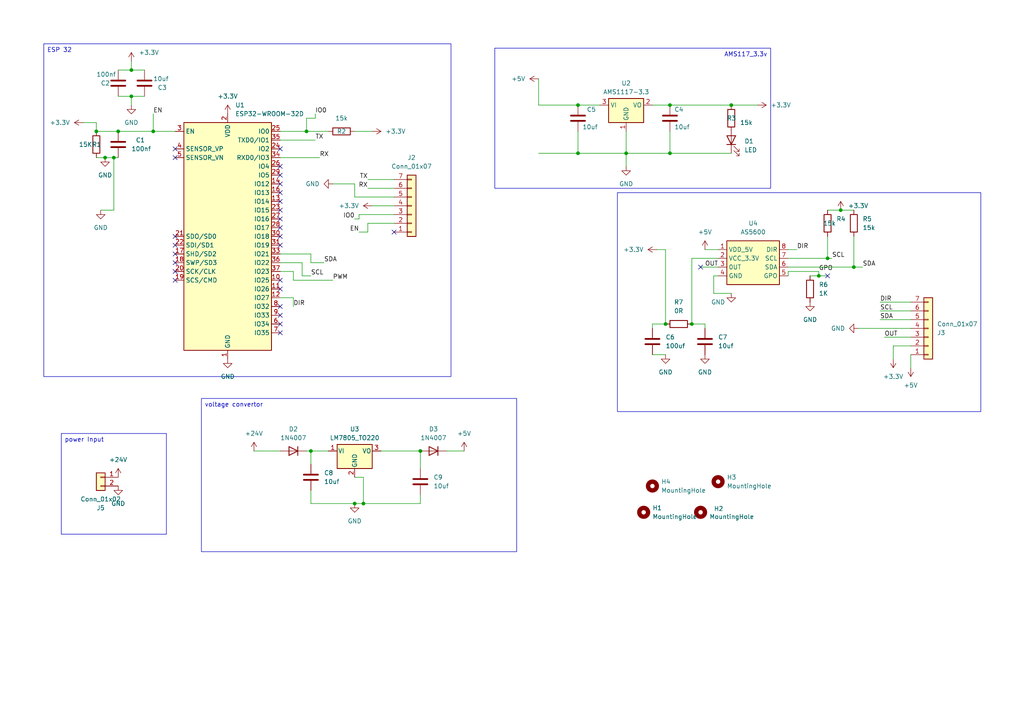
<source format=kicad_sch>
(kicad_sch (version 20230121) (generator eeschema)
  (paper "A4")
  (lib_symbols
    (symbol "AS5600:AS5600_IC"
      (property "Reference" "U4" (at 1.27 13.97 0))
      (property "Value" "AS5600" (at 1.27 11.43 0))
      (symbol "AS5600_IC_0_1"
        (rectangle (start -6.35 8.89) (end 8.89 -3.81) (stroke (width 0.254)) (fill (type background)))
      )
      (symbol "AS5600_IC_1_1"
        (pin bidirectional line (at -8.89 6.35 0) (length 2.54) (name "VDD_5V") (number "1"))
        (pin power_in line (at -8.89 3.81 0) (length 2.54) (name "VCC_3.3V") (number "2"))
        (pin output line (at -8.89 1.27 0) (length 2.54) (name "0UT") (number "3"))
        (pin bidirectional line (at -8.89 -1.27 0) (length 2.54) (name "GND") (number "4"))
        (pin bidirectional line (at 11.43 -1.27 180) (length 2.54) (name "GPO") (number "5"))
        (pin bidirectional line (at 11.43 1.27 180) (length 2.54) (name "SDA") (number "6"))
        (pin input line (at 11.43 3.81 180) (length 2.54) (name "SCL") (number "7"))
        (pin bidirectional line (at 11.43 6.35 180) (length 2.54) (name "DIR") (number "8"))
      )
    )
    (symbol "Connector_Generic:Conn_01x02" (pin_names (offset 1.016) hide)
      (property "Reference" "J" (at 0 2.54 0))
      (property "Value" "Conn_01x02" (at 0 -5.08 0))
      (symbol "Conn_01x02_1_1"
        (rectangle (start -1.27 -2.413) (end 0 -2.667) (stroke (width 0.1524)))
        (rectangle (start -1.27 0.127) (end 0 -0.127) (stroke (width 0.1524)))
        (rectangle (start -1.27 1.27) (end 1.27 -3.81) (stroke (width 0.254)) (fill (type background)))
        (pin passive line (at -5.08 0 0) (length 3.81) (name "Pin_1") (number "1"))
        (pin passive line (at -5.08 -2.54 0) (length 3.81) (name "Pin_2") (number "2"))
      )
    )
    (symbol "Connector_Generic:Conn_01x07" (pin_names (offset 1.016) hide)
      (property "Reference" "J" (at 0 10.16 0))
      (property "Value" "Conn_01x07" (at 0 -10.16 0))
      (symbol "Conn_01x07_1_1"
        (rectangle (start -1.27 -7.493) (end 0 -7.747) (stroke (width 0.1524)))
        (rectangle (start -1.27 -4.953) (end 0 -5.207) (stroke (width 0.1524)))
        (rectangle (start -1.27 -2.413) (end 0 -2.667) (stroke (width 0.1524)))
        (rectangle (start -1.27 0.127) (end 0 -0.127) (stroke (width 0.1524)))
        (rectangle (start -1.27 2.667) (end 0 2.413) (stroke (width 0.1524)))
        (rectangle (start -1.27 5.207) (end 0 4.953) (stroke (width 0.1524)))
        (rectangle (start -1.27 7.747) (end 0 7.493) (stroke (width 0.1524)))
        (rectangle (start -1.27 8.89) (end 1.27 -8.89) (stroke (width 0.254)) (fill (type background)))
        (pin passive line (at -5.08 7.62 0) (length 3.81) (name "Pin_1") (number "1"))
        (pin passive line (at -5.08 5.08 0) (length 3.81) (name "Pin_2") (number "2"))
        (pin passive line (at -5.08 2.54 0) (length 3.81) (name "Pin_3") (number "3"))
        (pin passive line (at -5.08 0 0) (length 3.81) (name "Pin_4") (number "4"))
        (pin passive line (at -5.08 -2.54 0) (length 3.81) (name "Pin_5") (number "5"))
        (pin passive line (at -5.08 -5.08 0) (length 3.81) (name "Pin_6") (number "6"))
        (pin passive line (at -5.08 -7.62 0) (length 3.81) (name "Pin_7") (number "7"))
      )
    )
    (symbol "Device:C" (pin_numbers hide) (pin_names (offset 0.254))
      (property "Reference" "C" (at 0.635 2.54 0))
      (property "Value" "C" (at 0.635 -2.54 0))
      (symbol "C_0_1"
        (polyline (pts (xy -2.032 -0.762) (xy 2.032 -0.762)) (stroke (width 0.508)))
        (polyline (pts (xy -2.032 0.762) (xy 2.032 0.762)) (stroke (width 0.508)))
      )
      (symbol "C_1_1"
        (pin passive line (at 0 3.81 270) (length 2.794) (name "~") (number "1"))
        (pin passive line (at 0 -3.81 90) (length 2.794) (name "~") (number "2"))
      )
    )
    (symbol "Device:LED" (pin_numbers hide) (pin_names (offset 1.016) hide)
      (property "Reference" "D" (at 0 2.54 0))
      (property "Value" "LED" (at 0 -2.54 0))
      (symbol "LED_0_1"
        (polyline (pts (xy -1.27 -1.27) (xy -1.27 1.27)) (stroke (width 0.254)))
        (polyline (pts (xy -1.27 0) (xy 1.27 0)))
        (polyline (pts (xy 1.27 -1.27) (xy 1.27 1.27) (xy -1.27 0) (xy 1.27 -1.27)) (stroke (width 0.254)))
        (polyline (pts (xy -3.048 -0.762) (xy -4.572 -2.286) (xy -3.81 -2.286) (xy -4.572 -2.286) (xy -4.572 -1.524)))
        (polyline (pts (xy -1.778 -0.762) (xy -3.302 -2.286) (xy -2.54 -2.286) (xy -3.302 -2.286) (xy -3.302 -1.524)))
      )
      (symbol "LED_1_1"
        (pin passive line (at -3.81 0 0) (length 2.54) (name "K") (number "1"))
        (pin passive line (at 3.81 0 180) (length 2.54) (name "A") (number "2"))
      )
    )
    (symbol "Device:R" (pin_numbers hide) (pin_names (offset 0))
      (property "Reference" "R" (at 2.032 0 90))
      (property "Value" "R" (at 0 0 90))
      (symbol "R_0_1"
        (rectangle (start -1.016 -2.54) (end 1.016 2.54) (stroke (width 0.254)))
      )
      (symbol "R_1_1"
        (pin passive line (at 0 3.81 270) (length 1.27) (name "~") (number "1"))
        (pin passive line (at 0 -3.81 90) (length 1.27) (name "~") (number "2"))
      )
    )
    (symbol "Diode:1N4007" (pin_numbers hide) (pin_names hide)
      (property "Reference" "D" (at 0 2.54 0))
      (property "Value" "1N4007" (at 0 -2.54 0))
      (symbol "1N4007_0_1"
        (polyline (pts (xy -1.27 1.27) (xy -1.27 -1.27)) (stroke (width 0.254)))
        (polyline (pts (xy 1.27 0) (xy -1.27 0)))
        (polyline (pts (xy 1.27 1.27) (xy 1.27 -1.27) (xy -1.27 0) (xy 1.27 1.27)) (stroke (width 0.254)))
      )
      (symbol "1N4007_1_1"
        (pin passive line (at -3.81 0 0) (length 2.54) (name "K") (number "1"))
        (pin passive line (at 3.81 0 180) (length 2.54) (name "A") (number "2"))
      )
    )
    (symbol "Mechanical:MountingHole" (pin_names (offset 1.016))
      (property "Reference" "H" (at 0 5.08 0))
      (property "Value" "MountingHole" (at 0 3.175 0))
      (symbol "MountingHole_0_1"
        (circle (center 0 0) (radius 1.27) (stroke (width 1.27)))
      )
    )
    (symbol "RF_Module:ESP32-WROOM-32D"
      (property "Reference" "U" (at -12.7 34.29 0))
      (property "Value" "ESP32-WROOM-32D" (at 1.27 34.29 0))
      (symbol "ESP32-WROOM-32D_0_1"
        (rectangle (start -12.7 33.02) (end 12.7 -33.02) (stroke (width 0.254)) (fill (type background)))
      )
      (symbol "ESP32-WROOM-32D_1_1"
        (pin power_in line (at 0 -35.56 90) (length 2.54) (name "GND") (number "1"))
        (pin bidirectional line (at 15.24 -12.7 180) (length 2.54) (name "IO25") (number "10"))
        (pin bidirectional line (at 15.24 -15.24 180) (length 2.54) (name "IO26") (number "11"))
        (pin bidirectional line (at 15.24 -17.78 180) (length 2.54) (name "IO27") (number "12"))
        (pin bidirectional line (at 15.24 10.16 180) (length 2.54) (name "IO14") (number "13"))
        (pin bidirectional line (at 15.24 15.24 180) (length 2.54) (name "IO12") (number "14"))
        (pin passive line (at 0 -35.56 90) (length 2.54) hide (name "GND") (number "15"))
        (pin bidirectional line (at 15.24 12.7 180) (length 2.54) (name "IO13") (number "16"))
        (pin bidirectional line (at -15.24 -5.08 0) (length 2.54) (name "SHD/SD2") (number "17"))
        (pin bidirectional line (at -15.24 -7.62 0) (length 2.54) (name "SWP/SD3") (number "18"))
        (pin bidirectional line (at -15.24 -12.7 0) (length 2.54) (name "SCS/CMD") (number "19"))
        (pin power_in line (at 0 35.56 270) (length 2.54) (name "VDD") (number "2"))
        (pin bidirectional line (at -15.24 -10.16 0) (length 2.54) (name "SCK/CLK") (number "20"))
        (pin bidirectional line (at -15.24 0 0) (length 2.54) (name "SDO/SD0") (number "21"))
        (pin bidirectional line (at -15.24 -2.54 0) (length 2.54) (name "SDI/SD1") (number "22"))
        (pin bidirectional line (at 15.24 7.62 180) (length 2.54) (name "IO15") (number "23"))
        (pin bidirectional line (at 15.24 25.4 180) (length 2.54) (name "IO2") (number "24"))
        (pin bidirectional line (at 15.24 30.48 180) (length 2.54) (name "IO0") (number "25"))
        (pin bidirectional line (at 15.24 20.32 180) (length 2.54) (name "IO4") (number "26"))
        (pin bidirectional line (at 15.24 5.08 180) (length 2.54) (name "IO16") (number "27"))
        (pin bidirectional line (at 15.24 2.54 180) (length 2.54) (name "IO17") (number "28"))
        (pin bidirectional line (at 15.24 17.78 180) (length 2.54) (name "IO5") (number "29"))
        (pin input line (at -15.24 30.48 0) (length 2.54) (name "EN") (number "3"))
        (pin bidirectional line (at 15.24 0 180) (length 2.54) (name "IO18") (number "30"))
        (pin bidirectional line (at 15.24 -2.54 180) (length 2.54) (name "IO19") (number "31"))
        (pin no_connect line (at -12.7 -27.94 0) (length 2.54) hide (name "NC") (number "32"))
        (pin bidirectional line (at 15.24 -5.08 180) (length 2.54) (name "IO21") (number "33"))
        (pin bidirectional line (at 15.24 22.86 180) (length 2.54) (name "RXD0/IO3") (number "34"))
        (pin bidirectional line (at 15.24 27.94 180) (length 2.54) (name "TXD0/IO1") (number "35"))
        (pin bidirectional line (at 15.24 -7.62 180) (length 2.54) (name "IO22") (number "36"))
        (pin bidirectional line (at 15.24 -10.16 180) (length 2.54) (name "IO23") (number "37"))
        (pin passive line (at 0 -35.56 90) (length 2.54) hide (name "GND") (number "38"))
        (pin passive line (at 0 -35.56 90) (length 2.54) hide (name "GND") (number "39"))
        (pin input line (at -15.24 25.4 0) (length 2.54) (name "SENSOR_VP") (number "4"))
        (pin input line (at -15.24 22.86 0) (length 2.54) (name "SENSOR_VN") (number "5"))
        (pin input line (at 15.24 -25.4 180) (length 2.54) (name "IO34") (number "6"))
        (pin input line (at 15.24 -27.94 180) (length 2.54) (name "IO35") (number "7"))
        (pin bidirectional line (at 15.24 -20.32 180) (length 2.54) (name "IO32") (number "8"))
        (pin bidirectional line (at 15.24 -22.86 180) (length 2.54) (name "IO33") (number "9"))
      )
    )
    (symbol "Regulator_Linear:AMS1117-3.3"
      (property "Reference" "U" (at -3.81 3.175 0))
      (property "Value" "AMS1117-3.3" (at 0 3.175 0))
      (symbol "AMS1117-3.3_0_1"
        (rectangle (start -5.08 -5.08) (end 5.08 1.905) (stroke (width 0.254)) (fill (type background)))
      )
      (symbol "AMS1117-3.3_1_1"
        (pin power_in line (at 0 -7.62 90) (length 2.54) (name "GND") (number "1"))
        (pin power_out line (at 7.62 0 180) (length 2.54) (name "VO") (number "2"))
        (pin power_in line (at -7.62 0 0) (length 2.54) (name "VI") (number "3"))
      )
    )
    (symbol "Regulator_Linear:LM7805_TO220" (pin_names (offset 0.254))
      (property "Reference" "U" (at -3.81 3.175 0))
      (property "Value" "LM7805_TO220" (at 0 3.175 0))
      (symbol "LM7805_TO220_0_1"
        (rectangle (start -5.08 1.905) (end 5.08 -5.08) (stroke (width 0.254)) (fill (type background)))
      )
      (symbol "LM7805_TO220_1_1"
        (pin power_in line (at -7.62 0 0) (length 2.54) (name "VI") (number "1"))
        (pin power_in line (at 0 -7.62 90) (length 2.54) (name "GND") (number "2"))
        (pin power_out line (at 7.62 0 180) (length 2.54) (name "VO") (number "3"))
      )
    )
    (symbol "power:+24V" (power) (pin_names (offset 0))
      (property "Value" "+24V" (at 0 3.556 0))
      (symbol "+24V_0_1"
        (polyline (pts (xy -0.762 1.27) (xy 0 2.54)))
        (polyline (pts (xy 0 0) (xy 0 2.54)))
        (polyline (pts (xy 0 2.54) (xy 0.762 1.27)))
      )
      (symbol "+24V_1_1"
        (pin power_in line (at 0 0 90) (length 0) hide (name "+24V") (number "1"))
      )
    )
    (symbol "power:+3.3V" (power) (pin_names (offset 0))
      (property "Value" "+3.3V" (at 0 3.556 0))
      (symbol "+3.3V_0_1"
        (polyline (pts (xy -0.762 1.27) (xy 0 2.54)))
        (polyline (pts (xy 0 0) (xy 0 2.54)))
        (polyline (pts (xy 0 2.54) (xy 0.762 1.27)))
      )
      (symbol "+3.3V_1_1"
        (pin power_in line (at 0 0 90) (length 0) hide (name "+3.3V") (number "1"))
      )
    )
    (symbol "power:+5V" (power) (pin_names (offset 0))
      (property "Value" "+5V" (at 0 3.556 0))
      (symbol "+5V_0_1"
        (polyline (pts (xy -0.762 1.27) (xy 0 2.54)))
        (polyline (pts (xy 0 0) (xy 0 2.54)))
        (polyline (pts (xy 0 2.54) (xy 0.762 1.27)))
      )
      (symbol "+5V_1_1"
        (pin power_in line (at 0 0 90) (length 0) hide (name "+5V") (number "1"))
      )
    )
    (symbol "power:GND" (power) (pin_names (offset 0))
      (property "Value" "GND" (at 0 -3.81 0))
      (symbol "GND_0_1"
        (polyline (pts (xy 0 0) (xy 0 -1.27) (xy 1.27 -1.27) (xy 0 -2.54) (xy -1.27 -1.27) (xy 0 -1.27)))
      )
      (symbol "GND_1_1"
        (pin power_in line (at 0 0 270) (length 0) hide (name "GND") (number "1"))
      )
    )
  )
  (junction (at 44.45 38.1))
  (junction (at 167.64 30.48))
  (junction (at 27.94 38.1))
  (junction (at 212.09 30.48))
  (junction (at 88.9 38.1))
  (junction (at 34.29 38.1))
  (junction (at 105.41 146.05))
  (junction (at 237.49 80.01))
  (junction (at 30.48 45.72))
  (junction (at 181.61 44.45))
  (junction (at 240.03 74.93))
  (junction (at 194.31 30.48))
  (junction (at 200.66 93.98))
  (junction (at 167.64 44.45))
  (junction (at 243.84 60.96))
  (junction (at 121.92 130.81))
  (junction (at 38.1 20.32))
  (junction (at 38.1 27.94))
  (junction (at 194.31 44.45))
  (junction (at 90.17 130.81))
  (junction (at 33.02 45.72))
  (junction (at 193.04 93.98))
  (junction (at 102.87 146.05))
  (junction (at 247.65 77.47))
  (no_connect (at 81.28 55.88))
  (no_connect (at 203.2 77.47))
  (no_connect (at 81.28 53.34))
  (no_connect (at 50.8 76.2))
  (no_connect (at 81.28 71.12))
  (no_connect (at 50.8 81.28))
  (no_connect (at 50.8 45.72))
  (no_connect (at 81.28 48.26))
  (no_connect (at 50.8 43.18))
  (no_connect (at 81.28 60.96))
  (no_connect (at 81.28 68.58))
  (no_connect (at 81.28 50.8))
  (no_connect (at 81.28 96.52))
  (no_connect (at 81.28 63.5))
  (no_connect (at 114.3 67.31))
  (no_connect (at 81.28 58.42))
  (no_connect (at 81.28 66.04))
  (no_connect (at 81.28 91.44))
  (no_connect (at 50.8 71.12))
  (no_connect (at 81.28 93.98))
  (no_connect (at 81.28 43.18))
  (no_connect (at 50.8 68.58))
  (no_connect (at 81.28 83.82))
  (no_connect (at 81.28 88.9))
  (no_connect (at 81.28 81.28))
  (no_connect (at 50.8 78.74))
  (no_connect (at 50.8 73.66))
  (no_connect (at 240.03 80.01))
  (wire (pts (xy 228.6 78.74) (xy 228.6 80.01)))
  (wire (pts (xy 92.71 45.72) (xy 81.28 45.72)))
  (wire (pts (xy 91.44 33.02) (xy 91.44 34.29)))
  (wire (pts (xy 189.23 93.98) (xy 193.04 93.98)))
  (wire (pts (xy 105.41 146.05) (xy 121.92 146.05)))
  (wire (pts (xy 228.6 77.47) (xy 247.65 77.47)))
  (wire (pts (xy 90.17 146.05) (xy 102.87 146.05)))
  (wire (pts (xy 38.1 27.94) (xy 41.91 27.94)))
  (wire (pts (xy 129.54 130.81) (xy 134.62 130.81)))
  (wire (pts (xy 85.09 88.9) (xy 85.09 86.36)))
  (wire (pts (xy 181.61 44.45) (xy 194.31 44.45)))
  (wire (pts (xy 167.64 44.45) (xy 181.61 44.45)))
  (wire (pts (xy 189.23 30.48) (xy 194.31 30.48)))
  (wire (pts (xy 81.28 78.74) (xy 85.09 78.74)))
  (wire (pts (xy 27.94 38.1) (xy 34.29 38.1)))
  (wire (pts (xy 106.68 64.77) (xy 114.3 64.77)))
  (wire (pts (xy 102.87 53.34) (xy 102.87 57.15)))
  (wire (pts (xy 90.17 76.2) (xy 93.98 76.2)))
  (wire (pts (xy 34.29 38.1) (xy 44.45 38.1)))
  (wire (pts (xy 24.13 35.56) (xy 27.94 35.56)))
  (wire (pts (xy 90.17 80.01) (xy 87.63 80.01)))
  (wire (pts (xy 85.09 86.36) (xy 81.28 86.36)))
  (wire (pts (xy 106.68 67.31) (xy 106.68 64.77)))
  (wire (pts (xy 90.17 76.2) (xy 90.17 73.66)))
  (wire (pts (xy 156.21 44.45) (xy 167.64 44.45)))
  (wire (pts (xy 194.31 38.1) (xy 194.31 44.45)))
  (wire (pts (xy 107.95 38.1) (xy 102.87 38.1)))
  (wire (pts (xy 255.27 90.17) (xy 264.16 90.17)))
  (wire (pts (xy 88.9 38.1) (xy 88.9 34.29)))
  (wire (pts (xy 255.27 92.71) (xy 264.16 92.71)))
  (wire (pts (xy 173.99 30.48) (xy 167.64 30.48)))
  (wire (pts (xy 256.54 97.79) (xy 264.16 97.79)))
  (wire (pts (xy 104.14 67.31) (xy 106.68 67.31)))
  (wire (pts (xy 189.23 102.87) (xy 193.04 102.87)))
  (wire (pts (xy 259.08 100.33) (xy 259.08 104.14)))
  (wire (pts (xy 255.27 87.63) (xy 264.16 87.63)))
  (wire (pts (xy 181.61 48.26) (xy 181.61 44.45)))
  (wire (pts (xy 44.45 38.1) (xy 50.8 38.1)))
  (wire (pts (xy 88.9 34.29) (xy 91.44 34.29)))
  (wire (pts (xy 33.02 60.96) (xy 33.02 45.72)))
  (wire (pts (xy 228.6 72.39) (xy 231.14 72.39)))
  (wire (pts (xy 85.09 78.74) (xy 85.09 81.28)))
  (wire (pts (xy 264.16 100.33) (xy 259.08 100.33)))
  (wire (pts (xy 219.71 30.48) (xy 212.09 30.48)))
  (wire (pts (xy 87.63 80.01) (xy 87.63 76.2)))
  (wire (pts (xy 156.21 30.48) (xy 156.21 22.86)))
  (wire (pts (xy 96.52 53.34) (xy 102.87 53.34)))
  (wire (pts (xy 106.68 52.07) (xy 114.3 52.07)))
  (wire (pts (xy 85.09 81.28) (xy 96.52 81.28)))
  (wire (pts (xy 44.45 33.02) (xy 44.45 38.1)))
  (wire (pts (xy 194.31 44.45) (xy 212.09 44.45)))
  (wire (pts (xy 234.95 80.01) (xy 237.49 80.01)))
  (wire (pts (xy 247.65 77.47) (xy 250.19 77.47)))
  (wire (pts (xy 237.49 80.01) (xy 240.03 80.01)))
  (wire (pts (xy 73.66 130.81) (xy 81.28 130.81)))
  (wire (pts (xy 34.29 20.32) (xy 38.1 20.32)))
  (wire (pts (xy 90.17 142.24) (xy 90.17 146.05)))
  (wire (pts (xy 81.28 40.64) (xy 91.44 40.64)))
  (wire (pts (xy 104.14 62.23) (xy 114.3 62.23)))
  (wire (pts (xy 38.1 17.78) (xy 38.1 20.32)))
  (wire (pts (xy 194.31 30.48) (xy 212.09 30.48)))
  (wire (pts (xy 207.01 80.01) (xy 208.28 80.01)))
  (wire (pts (xy 90.17 130.81) (xy 95.25 130.81)))
  (wire (pts (xy 121.92 135.89) (xy 121.92 130.81)))
  (wire (pts (xy 264.16 106.68) (xy 264.16 102.87)))
  (wire (pts (xy 181.61 38.1) (xy 181.61 44.45)))
  (wire (pts (xy 200.66 93.98) (xy 204.47 93.98)))
  (wire (pts (xy 204.47 93.98) (xy 204.47 95.25)))
  (wire (pts (xy 81.28 38.1) (xy 88.9 38.1)))
  (wire (pts (xy 240.03 60.96) (xy 243.84 60.96)))
  (wire (pts (xy 228.6 74.93) (xy 240.03 74.93)))
  (wire (pts (xy 106.68 54.61) (xy 114.3 54.61)))
  (wire (pts (xy 167.64 38.1) (xy 167.64 44.45)))
  (wire (pts (xy 87.63 76.2) (xy 81.28 76.2)))
  (wire (pts (xy 110.49 130.81) (xy 121.92 130.81)))
  (wire (pts (xy 27.94 35.56) (xy 27.94 38.1)))
  (wire (pts (xy 33.02 45.72) (xy 34.29 45.72)))
  (wire (pts (xy 203.2 77.47) (xy 208.28 77.47)))
  (wire (pts (xy 88.9 130.81) (xy 90.17 130.81)))
  (wire (pts (xy 29.21 60.96) (xy 33.02 60.96)))
  (wire (pts (xy 121.92 146.05) (xy 121.92 143.51)))
  (wire (pts (xy 102.87 138.43) (xy 105.41 138.43)))
  (wire (pts (xy 107.95 59.69) (xy 114.3 59.69)))
  (wire (pts (xy 88.9 38.1) (xy 95.25 38.1)))
  (wire (pts (xy 189.23 93.98) (xy 189.23 95.25)))
  (wire (pts (xy 90.17 73.66) (xy 81.28 73.66)))
  (wire (pts (xy 207.01 85.09) (xy 207.01 80.01)))
  (wire (pts (xy 27.94 45.72) (xy 30.48 45.72)))
  (wire (pts (xy 30.48 45.72) (xy 33.02 45.72)))
  (wire (pts (xy 240.03 74.93) (xy 241.3 74.93)))
  (wire (pts (xy 156.21 30.48) (xy 167.64 30.48)))
  (wire (pts (xy 90.17 130.81) (xy 90.17 134.62)))
  (wire (pts (xy 105.41 138.43) (xy 105.41 146.05)))
  (wire (pts (xy 193.04 72.39) (xy 190.5 72.39)))
  (wire (pts (xy 200.66 74.93) (xy 208.28 74.93)))
  (wire (pts (xy 200.66 74.93) (xy 200.66 93.98)))
  (wire (pts (xy 102.87 63.5) (xy 104.14 63.5)))
  (wire (pts (xy 38.1 20.32) (xy 41.91 20.32)))
  (wire (pts (xy 193.04 72.39) (xy 193.04 93.98)))
  (wire (pts (xy 212.09 85.09) (xy 207.01 85.09)))
  (wire (pts (xy 247.65 68.58) (xy 247.65 77.47)))
  (wire (pts (xy 228.6 78.74) (xy 237.49 78.74)))
  (wire (pts (xy 34.29 27.94) (xy 38.1 27.94)))
  (wire (pts (xy 104.14 63.5) (xy 104.14 62.23)))
  (wire (pts (xy 102.87 57.15) (xy 114.3 57.15)))
  (wire (pts (xy 204.47 72.39) (xy 208.28 72.39)))
  (wire (pts (xy 212.09 38.1) (xy 212.09 36.83)))
  (wire (pts (xy 38.1 30.48) (xy 38.1 27.94)))
  (wire (pts (xy 243.84 60.96) (xy 247.65 60.96)))
  (wire (pts (xy 240.03 74.93) (xy 240.03 68.58)))
  (wire (pts (xy 102.87 146.05) (xy 105.41 146.05)))
  (wire (pts (xy 248.92 95.25) (xy 264.16 95.25)))
  (wire (pts (xy 237.49 78.74) (xy 237.49 80.01)))
  (rectangle (start 179.07 55.88) (end 284.48 119.38))
  (text_box "power Input\n" (at 17.78 125.73 0) (size 30.48 29.21) (effects (font (size 1.27 1.27)) (justify left top)))
  (text_box "voltage convertor\n" (at 58.42 115.57 0) (size 91.44 44.45) (effects (font (size 1.27 1.27)) (justify left top)))
  (text_box "AMS117_3.3v\n" (at 143.51 13.97 0) (size 80.01 40.64) (effects (font (size 1.27 1.27)) (justify right top)))
  (text_box "ESP 32\n" (at 12.7 12.7 0) (size 118.11 96.52) (effects (font (size 1.27 1.27)) (justify left top)))
  (label "RX" (at 106.68 54.61 180))
  (label "SCL" (at 255.27 90.17 0))
  (label "DIR" (at 231.14 72.39 0))
  (label "TX" (at 91.44 40.64 0))
  (label "EN" (at 104.14 67.31 180))
  (label "OUT" (at 204.47 77.47 0))
  (label "RX" (at 92.71 45.72 0))
  (label "GPO" (at 237.49 78.74 0))
  (label "EN" (at 44.45 33.02 0))
  (label "SCL" (at 90.17 80.01 0))
  (label "SDA" (at 255.27 92.71 0))
  (label "IO0" (at 102.87 63.5 180))
  (label "IO0" (at 91.44 33.02 0))
  (label "DIR" (at 255.27 87.63 0))
  (label "OUT" (at 256.54 97.79 0))
  (label "PWM" (at 96.52 81.28 0))
  (label "DIR" (at 85.09 88.9 0))
  (label "TX" (at 106.68 52.07 180))
  (label "SDA" (at 250.19 77.47 0))
  (label "SDA" (at 93.98 76.2 0))
  (label "SCL" (at 241.3 74.93 0))
  (symbol (lib_id "power:+5V") (at 204.47 72.39 0) (unit 1)
    (property "Reference" "#PWR016" (effects hide))
    (property "Value" "+5V" (at 204.47 67.31 0))
  )
  (symbol (lib_id "power:+3.3V") (at 243.84 60.96 0) (unit 1)
    (property "Reference" "#PWR014" (effects hide))
    (property "Value" "+3.3V" (at 248.92 59.69 0))
  )
  (symbol (lib_id "power:+24V") (at 34.29 138.43 0) (unit 1)
    (property "Reference" "#PWR026" (effects hide))
    (property "Value" "+24V" (at 34.29 133.35 0))
  )
  (symbol (lib_id "power:+3.3V") (at 190.5 72.39 90) (unit 1)
    (property "Reference" "#PWR023" (effects hide))
    (property "Value" "+3.3V" (at 186.69 72.39 90) (effects (justify left)))
  )
  (symbol (lib_id "power:GND") (at 248.92 95.25 270) (unit 1)
    (property "Reference" "#PWR015" (effects hide))
    (property "Value" "GND" (at 245.11 95.25 90) (effects (justify right)))
  )
  (symbol (lib_id "power:+3.3V") (at 66.04 33.02 0) (unit 1)
    (property "Reference" "#PWR01" (effects hide))
    (property "Value" "+3.3V" (at 66.04 27.94 0))
  )
  (symbol (lib_id "Mechanical:MountingHole") (at 186.69 148.59 0) (unit 1)
    (property "Reference" "H1" (at 189.23 147.32 0) (effects (justify left)))
    (property "Value" "MountingHole" (at 189.23 149.86 0) (effects (justify left)))
    (property "Footprint" "MountingHole:MountingHole_4.3mm_M4" (effects hide))
  )
  (symbol (lib_id "Device:C") (at 204.47 99.06 0) (unit 1)
    (property "Reference" "C7" (at 208.28 97.79 0) (effects (justify left)))
    (property "Value" "10uf" (at 208.28 100.33 0) (effects (justify left)))
    (property "Footprint" "Capacitor_SMD:C_1206_3216Metric_Pad1.33x1.80mm_HandSolder" (effects hide))
  )
  (symbol (lib_id "Device:C") (at 167.64 34.29 0) (unit 1)
    (property "Reference" "C5" (at 170.18 31.75 0) (effects (justify left)))
    (property "Value" "10uf" (at 168.91 36.83 0) (effects (justify left)))
    (property "Footprint" "Capacitor_SMD:C_1206_3216Metric_Pad1.33x1.80mm_HandSolder" (effects hide))
  )
  (symbol (lib_id "Device:R") (at 234.95 83.82 0) (unit 1)
    (property "Reference" "R6" (at 237.49 82.55 0) (effects (justify left)))
    (property "Value" "1K" (at 237.49 85.09 0) (effects (justify left)))
    (property "Footprint" "Resistor_SMD:R_1206_3216Metric_Pad1.30x1.75mm_HandSolder" (effects hide))
  )
  (symbol (lib_id "Regulator_Linear:AMS1117-3.3") (at 181.61 30.48 0) (unit 1)
    (property "Reference" "U2" (at 181.61 24.13 0))
    (property "Value" "AMS1117-3.3" (at 181.61 26.67 0))
    (property "Footprint" "Package_TO_SOT_SMD:SOT-223-3_TabPin2" (effects hide))
    (property "Datasheet" "http://www.advanced-monolithic.com/pdf/ds1117.pdf" (effects hide))
  )
  (symbol (lib_id "RF_Module:ESP32-WROOM-32D") (at 66.04 68.58 0) (unit 1)
    (property "Reference" "U1" (at 68.2341 30.48 0) (effects (justify left)))
    (property "Value" "ESP32-WROOM-32D" (at 68.2341 33.02 0) (effects (justify left)))
    (property "Footprint" "RF_Module:ESP32-WROOM-32D" (effects hide))
    (property "Datasheet" "https://www.espressif.com/sites/default/files/documentation/esp32-wroom-32d_esp32-wroom-32u_datasheet_en.pdf" (effects hide))
  )
  (symbol (lib_id "Mechanical:MountingHole") (at 203.2 148.59 0) (unit 1)
    (property "Reference" "H2" (at 207.0515 147.5553 0) (effects (justify left)))
    (property "Value" "MountingHole" (at 205.74 149.86 0) (effects (justify left)))
    (property "Footprint" "MountingHole:MountingHole_4.3mm_M4" (effects hide))
  )
  (symbol (lib_id "power:GND") (at 38.1 30.48 0) (unit 1)
    (property "Reference" "#PWR05" (effects hide))
    (property "Value" "GND" (at 38.1 35.56 0))
  )
  (symbol (lib_id "Device:C") (at 189.23 99.06 0) (unit 1)
    (property "Reference" "C6" (at 193.04 97.79 0) (effects (justify left)))
    (property "Value" "100uf" (at 193.04 100.33 0) (effects (justify left)))
    (property "Footprint" "Capacitor_SMD:C_1206_3216Metric_Pad1.33x1.80mm_HandSolder" (effects hide))
  )
  (symbol (lib_id "Device:C") (at 90.17 138.43 0) (unit 1)
    (property "Reference" "C8" (at 93.98 137.16 0) (effects (justify left)))
    (property "Value" "10uf" (at 93.98 139.7 0) (effects (justify left)))
    (property "Footprint" "Capacitor_SMD:C_1206_3216Metric_Pad1.33x1.80mm_HandSolder" (effects hide))
  )
  (symbol (lib_id "power:+3.3V") (at 219.71 30.48 270) (unit 1)
    (property "Reference" "#PWR012" (effects hide))
    (property "Value" "+3.3V" (at 223.52 30.48 90) (effects (justify left)))
  )
  (symbol (lib_id "Device:R") (at 27.94 41.91 0) (unit 1)
    (property "Reference" "R1" (at 26.67 41.91 0) (effects (justify left)))
    (property "Value" "15K" (at 22.86 41.91 0) (effects (justify left)))
    (property "Footprint" "Resistor_SMD:R_1206_3216Metric_Pad1.30x1.75mm_HandSolder" (effects hide))
  )
  (symbol (lib_id "Device:R") (at 196.85 93.98 90) (unit 1)
    (property "Reference" "R7" (at 196.85 87.63 90))
    (property "Value" "0R" (at 196.85 90.17 90))
    (property "Footprint" "Resistor_SMD:R_1206_3216Metric_Pad1.30x1.75mm_HandSolder" (effects hide))
  )
  (symbol (lib_id "Diode:1N4007") (at 125.73 130.81 180) (unit 1)
    (property "Reference" "D3" (at 125.73 124.46 0))
    (property "Value" "1N4007" (at 125.73 127 0))
    (property "Footprint" "Diode_SMD:D_1206_3216Metric_Pad1.42x1.75mm_HandSolder" (effects hide))
    (property "Datasheet" "http://www.vishay.com/docs/88503/1n4001.pdf" (effects hide))
    (property "Sim.Device" "D" (effects hide))
    (property "Sim.Pins" "1=K 2=A" (effects hide))
  )
  (symbol (lib_id "Diode:1N4007") (at 85.09 130.81 180) (unit 1)
    (property "Reference" "D2" (at 85.09 124.46 0))
    (property "Value" "1N4007" (at 85.09 127 0))
    (property "Footprint" "Diode_SMD:D_1206_3216Metric_Pad1.42x1.75mm_HandSolder" (effects hide))
    (property "Datasheet" "http://www.vishay.com/docs/88503/1n4001.pdf" (effects hide))
    (property "Sim.Device" "D" (effects hide))
    (property "Sim.Pins" "1=K 2=A" (effects hide))
  )
  (symbol (lib_id "power:GND") (at 204.47 102.87 0) (unit 1)
    (property "Reference" "#PWR022" (effects hide))
    (property "Value" "GND" (at 204.47 107.95 0))
  )
  (symbol (lib_id "power:+3.3V") (at 259.08 104.14 180) (unit 1)
    (property "Reference" "#PWR018" (effects hide))
    (property "Value" "+3.3V" (at 259.08 109.22 0))
  )
  (symbol (lib_id "Device:LED") (at 212.09 40.64 90) (unit 1)
    (property "Reference" "D1" (at 215.9 40.9575 90) (effects (justify right)))
    (property "Value" "LED" (at 215.9 43.4975 90) (effects (justify right)))
    (property "Footprint" "LED_SMD:LED_1206_3216Metric_Pad1.42x1.75mm_HandSolder" (effects hide))
  )
  (symbol (lib_id "Device:C") (at 121.92 139.7 0) (unit 1)
    (property "Reference" "C9" (at 125.73 138.43 0) (effects (justify left)))
    (property "Value" "10uf" (at 125.73 140.97 0) (effects (justify left)))
    (property "Footprint" "Capacitor_SMD:C_1206_3216Metric_Pad1.33x1.80mm_HandSolder" (effects hide))
  )
  (symbol (lib_id "power:GND") (at 193.04 102.87 0) (unit 1)
    (property "Reference" "#PWR021" (effects hide))
    (property "Value" "GND" (at 193.04 107.95 0))
  )
  (symbol (lib_id "power:GND") (at 234.95 87.63 0) (unit 1)
    (property "Reference" "#PWR013" (effects hide))
    (property "Value" "GND" (at 234.95 92.71 0))
  )
  (symbol (lib_id "power:GND") (at 102.87 146.05 0) (unit 1)
    (property "Reference" "#PWR020" (effects hide))
    (property "Value" "GND" (at 102.87 151.13 0))
  )
  (symbol (lib_id "power:+3.3V") (at 107.95 38.1 270) (unit 1)
    (property "Reference" "#PWR07" (effects hide))
    (property "Value" "+3.3V" (at 111.76 38.1 90) (effects (justify left)))
  )
  (symbol (lib_id "Connector_Generic:Conn_01x07") (at 119.38 59.69 0) (mirror x) (unit 1)
    (property "Reference" "J2" (at 119.38 45.72 0))
    (property "Value" "Conn_01x07" (at 119.38 48.26 0))
    (property "Footprint" "Connector_JST:JST_XH_B7B-XH-A_1x07_P2.50mm_Vertical" (effects hide))
  )
  (symbol (lib_id "Device:R") (at 212.09 34.29 0) (unit 1)
    (property "Reference" "R3" (at 210.82 34.29 0) (effects (justify left)))
    (property "Value" "15k" (at 214.63 35.56 0) (effects (justify left)))
    (property "Footprint" "Resistor_SMD:R_1206_3216Metric_Pad1.30x1.75mm_HandSolder" (effects hide))
  )
  (symbol (lib_id "Connector_Generic:Conn_01x02") (at 29.21 138.43 0) (mirror y) (unit 1)
    (property "Reference" "J5" (at 29.21 147.32 0))
    (property "Value" "Conn_01x02" (at 29.21 144.78 0))
    (property "Footprint" "TerminalBlock:TerminalBlock_bornier-2_P5.08mm" (effects hide))
  )
  (symbol (lib_id "Device:R") (at 247.65 64.77 0) (unit 1)
    (property "Reference" "R5" (at 250.19 63.5 0) (effects (justify left)))
    (property "Value" "15k" (at 250.19 66.04 0) (effects (justify left)))
    (property "Footprint" "Resistor_SMD:R_1206_3216Metric_Pad1.30x1.75mm_HandSolder" (effects hide))
  )
  (symbol (lib_id "power:GND") (at 96.52 53.34 270) (unit 1)
    (property "Reference" "#PWR08" (effects hide))
    (property "Value" "GND" (at 92.71 53.34 90) (effects (justify right)))
  )
  (symbol (lib_id "Mechanical:MountingHole") (at 189.23 140.97 0) (unit 1)
    (property "Reference" "H4" (at 191.77 139.7 0) (effects (justify left)))
    (property "Value" "MountingHole" (at 191.77 142.24 0) (effects (justify left)))
    (property "Footprint" "MountingHole:MountingHole_4.3mm_M4" (effects hide))
  )
  (symbol (lib_id "Device:C") (at 41.91 24.13 0) (unit 1)
    (property "Reference" "C3" (at 45.72 25.4 0) (effects (justify left)))
    (property "Value" "10uf" (at 44.45 22.86 0) (effects (justify left)))
    (property "Footprint" "Capacitor_SMD:C_1206_3216Metric_Pad1.33x1.80mm_HandSolder" (effects hide))
  )
  (symbol (lib_id "power:+5V") (at 156.21 22.86 90) (unit 1)
    (property "Reference" "#PWR010" (effects hide))
    (property "Value" "+5V" (at 152.4 22.86 90) (effects (justify left)))
  )
  (symbol (lib_id "Device:C") (at 194.31 34.29 0) (unit 1)
    (property "Reference" "C4" (at 195.58 31.75 0) (effects (justify left)))
    (property "Value" "10uf" (at 195.58 36.83 0) (effects (justify left)))
    (property "Footprint" "Capacitor_SMD:C_1206_3216Metric_Pad1.33x1.80mm_HandSolder" (effects hide))
  )
  (symbol (lib_id "power:+5V") (at 264.16 106.68 180) (unit 1)
    (property "Reference" "#PWR025" (effects hide))
    (property "Value" "+5V" (at 264.16 111.76 0))
  )
  (symbol (lib_id "AS5600:AS5600_IC") (at 217.17 78.74 0) (unit 1)
    (property "Reference" "U4" (at 218.44 64.77 0))
    (property "Value" "AS5600" (at 218.44 67.31 0))
    (property "Footprint" "Package_SO:MSOP-8_3x3mm_P0.65mm" (effects hide))
  )
  (symbol (lib_id "Device:C") (at 34.29 41.91 0) (unit 1)
    (property "Reference" "C1" (at 39.37 40.64 0) (effects (justify left)))
    (property "Value" "100nf" (at 38.1 43.18 0) (effects (justify left)))
    (property "Footprint" "Capacitor_SMD:C_1206_3216Metric_Pad1.33x1.80mm_HandSolder" (effects hide))
  )
  (symbol (lib_id "power:GND") (at 29.21 60.96 0) (unit 1)
    (property "Reference" "#PWR019" (effects hide))
    (property "Value" "GND" (at 29.21 66.04 0))
  )
  (symbol (lib_id "power:+24V") (at 73.66 130.81 0) (unit 1)
    (property "Reference" "#PWR028" (effects hide))
    (property "Value" "+24V" (at 73.66 125.73 0))
  )
  (symbol (lib_id "power:GND") (at 181.61 48.26 0) (unit 1)
    (property "Reference" "#PWR011" (effects hide))
    (property "Value" "GND" (at 181.61 53.34 0))
  )
  (symbol (lib_id "power:GND") (at 30.48 45.72 0) (unit 1)
    (property "Reference" "#PWR03" (effects hide))
    (property "Value" "GND" (at 30.48 50.8 0))
  )
  (symbol (lib_id "power:+5V") (at 134.62 130.81 0) (unit 1)
    (property "Reference" "#PWR024" (effects hide))
    (property "Value" "+5V" (at 134.62 125.73 0))
  )
  (symbol (lib_id "Regulator_Linear:LM7805_TO220") (at 102.87 130.81 0) (unit 1)
    (property "Reference" "U3" (at 102.87 124.46 0))
    (property "Value" "LM7805_TO220" (at 102.87 127 0))
    (property "Footprint" "Package_TO_SOT_SMD:TO-263-2" (effects hide))
    (property "Datasheet" "https://www.onsemi.cn/PowerSolutions/document/MC7800-D.PDF" (effects hide))
  )
  (symbol (lib_id "power:+3.3V") (at 107.95 59.69 90) (unit 1)
    (property "Reference" "#PWR09" (effects hide))
    (property "Value" "+3.3V" (at 104.14 59.69 90) (effects (justify left)))
  )
  (symbol (lib_id "Device:R") (at 99.06 38.1 90) (unit 1)
    (property "Reference" "R2" (at 99.06 38.1 90))
    (property "Value" "15k" (at 99.06 34.29 90))
    (property "Footprint" "Resistor_SMD:R_1206_3216Metric_Pad1.30x1.75mm_HandSolder" (effects hide))
  )
  (symbol (lib_id "power:GND") (at 66.04 104.14 0) (unit 1)
    (property "Reference" "#PWR02" (effects hide))
    (property "Value" "GND" (at 66.04 109.22 0))
  )
  (symbol (lib_id "Device:C") (at 34.29 24.13 0) (unit 1)
    (property "Reference" "C2" (at 29.21 24.13 0) (effects (justify left)))
    (property "Value" "100nf" (at 27.94 21.59 0) (effects (justify left)))
    (property "Footprint" "Capacitor_SMD:C_1206_3216Metric_Pad1.33x1.80mm_HandSolder" (effects hide))
  )
  (symbol (lib_id "Connector_Generic:Conn_01x07") (at 269.24 95.25 0) (mirror x) (unit 1)
    (property "Reference" "J3" (at 271.78 96.52 0) (effects (justify left)))
    (property "Value" "Conn_01x07" (at 271.78 93.98 0) (effects (justify left)))
    (property "Footprint" "Connector_JST:JST_XH_B7B-XH-A_1x07_P2.50mm_Vertical" (effects hide))
  )
  (symbol (lib_id "Device:R") (at 240.03 64.77 0) (unit 1)
    (property "Reference" "R4" (at 242.57 63.5 0) (effects (justify left)))
    (property "Value" "15k" (at 238.76 64.77 0) (effects (justify left)))
    (property "Footprint" "Resistor_SMD:R_1206_3216Metric_Pad1.30x1.75mm_HandSolder" (effects hide))
  )
  (symbol (lib_id "power:GND") (at 34.29 140.97 0) (unit 1)
    (property "Reference" "#PWR027" (effects hide))
    (property "Value" "GND" (at 34.29 146.05 0))
  )
  (symbol (lib_id "power:+3.3V") (at 24.13 35.56 90) (unit 1)
    (property "Reference" "#PWR04" (effects hide))
    (property "Value" "+3.3V" (at 20.32 35.56 90) (effects (justify left)))
  )
  (symbol (lib_id "Mechanical:MountingHole") (at 208.28 139.7 0) (unit 1)
    (property "Reference" "H3" (at 210.82 138.43 0) (effects (justify left)))
    (property "Value" "MountingHole" (at 210.82 140.97 0) (effects (justify left)))
    (property "Footprint" "MountingHole:MountingHole_4.3mm_M4" (effects hide))
  )
  (symbol (lib_id "power:+3.3V") (at 38.1 17.78 0) (unit 1)
    (property "Reference" "#PWR06" (effects hide))
    (property "Value" "+3.3V" (at 43.18 15.24 0))
  )
  (symbol (lib_id "power:GND") (at 212.09 85.09 0) (unit 1)
    (property "Reference" "#PWR017" (effects hide))
    (property "Value" "GND" (at 208.28 87.63 0))
  )
)
</source>
